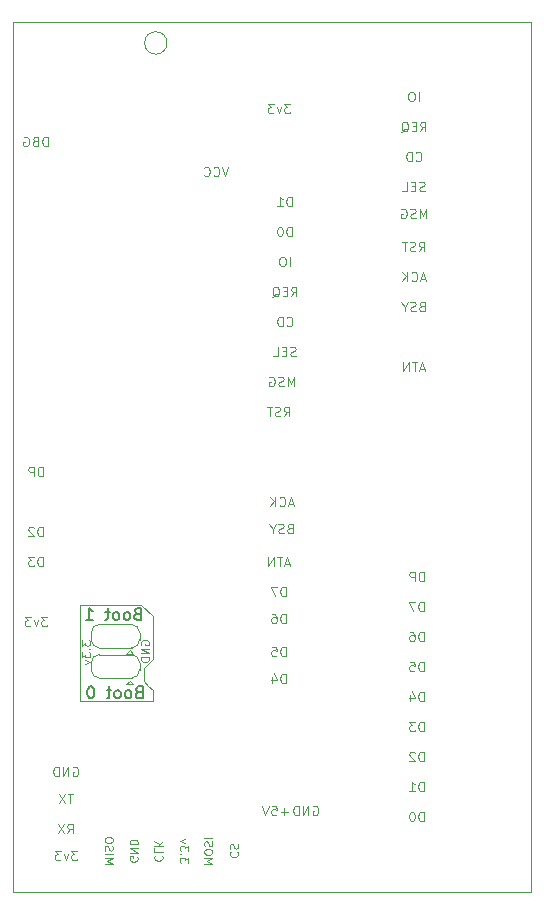
<source format=gbr>
%TF.GenerationSoftware,KiCad,Pcbnew,(5.1.7-0-10_14)*%
%TF.CreationDate,2021-05-27T20:48:50-05:00*%
%TF.ProjectId,bluepill_scsi,626c7565-7069-46c6-9c5f-736373692e6b,rev?*%
%TF.SameCoordinates,Original*%
%TF.FileFunction,Legend,Bot*%
%TF.FilePolarity,Positive*%
%FSLAX46Y46*%
G04 Gerber Fmt 4.6, Leading zero omitted, Abs format (unit mm)*
G04 Created by KiCad (PCBNEW (5.1.7-0-10_14)) date 2021-05-27 20:48:50*
%MOMM*%
%LPD*%
G01*
G04 APERTURE LIST*
%ADD10C,0.100000*%
%ADD11C,0.120000*%
%ADD12C,0.150000*%
%TA.AperFunction,Profile*%
%ADD13C,0.050000*%
%TD*%
G04 APERTURE END LIST*
D10*
X89513600Y-145836466D02*
X89480266Y-145869800D01*
X89446933Y-145969800D01*
X89446933Y-146036466D01*
X89480266Y-146136466D01*
X89546933Y-146203133D01*
X89613600Y-146236466D01*
X89746933Y-146269800D01*
X89846933Y-146269800D01*
X89980266Y-146236466D01*
X90046933Y-146203133D01*
X90113600Y-146136466D01*
X90146933Y-146036466D01*
X90146933Y-145969800D01*
X90113600Y-145869800D01*
X90080266Y-145836466D01*
X89480266Y-145569800D02*
X89446933Y-145469800D01*
X89446933Y-145303133D01*
X89480266Y-145236466D01*
X89513600Y-145203133D01*
X89580266Y-145169800D01*
X89646933Y-145169800D01*
X89713600Y-145203133D01*
X89746933Y-145236466D01*
X89780266Y-145303133D01*
X89813600Y-145436466D01*
X89846933Y-145503133D01*
X89880266Y-145536466D01*
X89946933Y-145569800D01*
X90013600Y-145569800D01*
X90080266Y-145536466D01*
X90113600Y-145503133D01*
X90146933Y-145436466D01*
X90146933Y-145269800D01*
X90113600Y-145169800D01*
X87287933Y-146832500D02*
X87987933Y-146832500D01*
X87487933Y-146599166D01*
X87987933Y-146365833D01*
X87287933Y-146365833D01*
X87987933Y-145899166D02*
X87987933Y-145765833D01*
X87954600Y-145699166D01*
X87887933Y-145632500D01*
X87754600Y-145599166D01*
X87521266Y-145599166D01*
X87387933Y-145632500D01*
X87321266Y-145699166D01*
X87287933Y-145765833D01*
X87287933Y-145899166D01*
X87321266Y-145965833D01*
X87387933Y-146032500D01*
X87521266Y-146065833D01*
X87754600Y-146065833D01*
X87887933Y-146032500D01*
X87954600Y-145965833D01*
X87987933Y-145899166D01*
X87321266Y-145332500D02*
X87287933Y-145232500D01*
X87287933Y-145065833D01*
X87321266Y-144999166D01*
X87354600Y-144965833D01*
X87421266Y-144932500D01*
X87487933Y-144932500D01*
X87554600Y-144965833D01*
X87587933Y-144999166D01*
X87621266Y-145065833D01*
X87654600Y-145199166D01*
X87687933Y-145265833D01*
X87721266Y-145299166D01*
X87787933Y-145332500D01*
X87854600Y-145332500D01*
X87921266Y-145299166D01*
X87954600Y-145265833D01*
X87987933Y-145199166D01*
X87987933Y-145032500D01*
X87954600Y-144932500D01*
X87287933Y-144632500D02*
X87987933Y-144632500D01*
X85930533Y-146745200D02*
X85930533Y-146311866D01*
X85663866Y-146545200D01*
X85663866Y-146445200D01*
X85630533Y-146378533D01*
X85597200Y-146345200D01*
X85530533Y-146311866D01*
X85363866Y-146311866D01*
X85297200Y-146345200D01*
X85263866Y-146378533D01*
X85230533Y-146445200D01*
X85230533Y-146645200D01*
X85263866Y-146711866D01*
X85297200Y-146745200D01*
X85297200Y-146011866D02*
X85263866Y-145978533D01*
X85230533Y-146011866D01*
X85263866Y-146045200D01*
X85297200Y-146011866D01*
X85230533Y-146011866D01*
X85930533Y-145745200D02*
X85930533Y-145311866D01*
X85663866Y-145545200D01*
X85663866Y-145445200D01*
X85630533Y-145378533D01*
X85597200Y-145345200D01*
X85530533Y-145311866D01*
X85363866Y-145311866D01*
X85297200Y-145345200D01*
X85263866Y-145378533D01*
X85230533Y-145445200D01*
X85230533Y-145645200D01*
X85263866Y-145711866D01*
X85297200Y-145745200D01*
X85697200Y-145078533D02*
X85230533Y-144911866D01*
X85697200Y-144745200D01*
X83125500Y-146161866D02*
X83092166Y-146195200D01*
X83058833Y-146295200D01*
X83058833Y-146361866D01*
X83092166Y-146461866D01*
X83158833Y-146528533D01*
X83225500Y-146561866D01*
X83358833Y-146595200D01*
X83458833Y-146595200D01*
X83592166Y-146561866D01*
X83658833Y-146528533D01*
X83725500Y-146461866D01*
X83758833Y-146361866D01*
X83758833Y-146295200D01*
X83725500Y-146195200D01*
X83692166Y-146161866D01*
X83058833Y-145528533D02*
X83058833Y-145861866D01*
X83758833Y-145861866D01*
X83058833Y-145295200D02*
X83758833Y-145295200D01*
X83058833Y-144895200D02*
X83458833Y-145195200D01*
X83758833Y-144895200D02*
X83358833Y-145295200D01*
X81630000Y-146253133D02*
X81663333Y-146319800D01*
X81663333Y-146419800D01*
X81630000Y-146519800D01*
X81563333Y-146586466D01*
X81496666Y-146619800D01*
X81363333Y-146653133D01*
X81263333Y-146653133D01*
X81130000Y-146619800D01*
X81063333Y-146586466D01*
X80996666Y-146519800D01*
X80963333Y-146419800D01*
X80963333Y-146353133D01*
X80996666Y-146253133D01*
X81030000Y-146219800D01*
X81263333Y-146219800D01*
X81263333Y-146353133D01*
X80963333Y-145919800D02*
X81663333Y-145919800D01*
X80963333Y-145519800D01*
X81663333Y-145519800D01*
X80963333Y-145186466D02*
X81663333Y-145186466D01*
X81663333Y-145019800D01*
X81630000Y-144919800D01*
X81563333Y-144853133D01*
X81496666Y-144819800D01*
X81363333Y-144786466D01*
X81263333Y-144786466D01*
X81130000Y-144819800D01*
X81063333Y-144853133D01*
X80996666Y-144919800D01*
X80963333Y-145019800D01*
X80963333Y-145186466D01*
D11*
X76733400Y-124917200D02*
X76796900Y-124917200D01*
X76733400Y-133032500D02*
X76733400Y-124917200D01*
X82918300Y-133032500D02*
X76733400Y-133032500D01*
X82918300Y-132143500D02*
X82918300Y-133032500D01*
X82524600Y-131749800D02*
X82918300Y-132143500D01*
X82169000Y-131394200D02*
X82524600Y-131749800D01*
X82169000Y-130289300D02*
X82169000Y-131394200D01*
X82918300Y-129540000D02*
X82169000Y-130289300D01*
X82918300Y-125882400D02*
X82918300Y-129540000D01*
X81953100Y-124917200D02*
X82918300Y-125882400D01*
X76796900Y-124917200D02*
X81953100Y-124917200D01*
D10*
X76921566Y-127930400D02*
X76921566Y-128363733D01*
X77188233Y-128130400D01*
X77188233Y-128230400D01*
X77221566Y-128297066D01*
X77254900Y-128330400D01*
X77321566Y-128363733D01*
X77488233Y-128363733D01*
X77554900Y-128330400D01*
X77588233Y-128297066D01*
X77621566Y-128230400D01*
X77621566Y-128030400D01*
X77588233Y-127963733D01*
X77554900Y-127930400D01*
X77554900Y-128663733D02*
X77588233Y-128697066D01*
X77621566Y-128663733D01*
X77588233Y-128630400D01*
X77554900Y-128663733D01*
X77621566Y-128663733D01*
X76921566Y-128930400D02*
X76921566Y-129363733D01*
X77188233Y-129130400D01*
X77188233Y-129230400D01*
X77221566Y-129297066D01*
X77254900Y-129330400D01*
X77321566Y-129363733D01*
X77488233Y-129363733D01*
X77554900Y-129330400D01*
X77588233Y-129297066D01*
X77621566Y-129230400D01*
X77621566Y-129030400D01*
X77588233Y-128963733D01*
X77554900Y-128930400D01*
X77154900Y-129597066D02*
X77621566Y-129763733D01*
X77154900Y-129930400D01*
X81946000Y-128295466D02*
X81912666Y-128228800D01*
X81912666Y-128128800D01*
X81946000Y-128028800D01*
X82012666Y-127962133D01*
X82079333Y-127928800D01*
X82212666Y-127895466D01*
X82312666Y-127895466D01*
X82446000Y-127928800D01*
X82512666Y-127962133D01*
X82579333Y-128028800D01*
X82612666Y-128128800D01*
X82612666Y-128195466D01*
X82579333Y-128295466D01*
X82546000Y-128328800D01*
X82312666Y-128328800D01*
X82312666Y-128195466D01*
X82612666Y-128628800D02*
X81912666Y-128628800D01*
X82612666Y-129028800D01*
X81912666Y-129028800D01*
X82612666Y-129362133D02*
X81912666Y-129362133D01*
X81912666Y-129528800D01*
X81946000Y-129628800D01*
X82012666Y-129695466D01*
X82079333Y-129728800D01*
X82212666Y-129762133D01*
X82312666Y-129762133D01*
X82446000Y-129728800D01*
X82512666Y-129695466D01*
X82579333Y-129628800D01*
X82612666Y-129528800D01*
X82612666Y-129362133D01*
D12*
X81617890Y-125671271D02*
X81475033Y-125718890D01*
X81427414Y-125766509D01*
X81379795Y-125861747D01*
X81379795Y-126004604D01*
X81427414Y-126099842D01*
X81475033Y-126147461D01*
X81570271Y-126195080D01*
X81951223Y-126195080D01*
X81951223Y-125195080D01*
X81617890Y-125195080D01*
X81522652Y-125242700D01*
X81475033Y-125290319D01*
X81427414Y-125385557D01*
X81427414Y-125480795D01*
X81475033Y-125576033D01*
X81522652Y-125623652D01*
X81617890Y-125671271D01*
X81951223Y-125671271D01*
X80808366Y-126195080D02*
X80903604Y-126147461D01*
X80951223Y-126099842D01*
X80998842Y-126004604D01*
X80998842Y-125718890D01*
X80951223Y-125623652D01*
X80903604Y-125576033D01*
X80808366Y-125528414D01*
X80665509Y-125528414D01*
X80570271Y-125576033D01*
X80522652Y-125623652D01*
X80475033Y-125718890D01*
X80475033Y-126004604D01*
X80522652Y-126099842D01*
X80570271Y-126147461D01*
X80665509Y-126195080D01*
X80808366Y-126195080D01*
X79903604Y-126195080D02*
X79998842Y-126147461D01*
X80046461Y-126099842D01*
X80094080Y-126004604D01*
X80094080Y-125718890D01*
X80046461Y-125623652D01*
X79998842Y-125576033D01*
X79903604Y-125528414D01*
X79760747Y-125528414D01*
X79665509Y-125576033D01*
X79617890Y-125623652D01*
X79570271Y-125718890D01*
X79570271Y-126004604D01*
X79617890Y-126099842D01*
X79665509Y-126147461D01*
X79760747Y-126195080D01*
X79903604Y-126195080D01*
X79284557Y-125528414D02*
X78903604Y-125528414D01*
X79141700Y-125195080D02*
X79141700Y-126052223D01*
X79094080Y-126147461D01*
X78998842Y-126195080D01*
X78903604Y-126195080D01*
X77284557Y-126195080D02*
X77855985Y-126195080D01*
X77570271Y-126195080D02*
X77570271Y-125195080D01*
X77665509Y-125337938D01*
X77760747Y-125433176D01*
X77855985Y-125480795D01*
X81732190Y-132300671D02*
X81589333Y-132348290D01*
X81541714Y-132395909D01*
X81494095Y-132491147D01*
X81494095Y-132634004D01*
X81541714Y-132729242D01*
X81589333Y-132776861D01*
X81684571Y-132824480D01*
X82065523Y-132824480D01*
X82065523Y-131824480D01*
X81732190Y-131824480D01*
X81636952Y-131872100D01*
X81589333Y-131919719D01*
X81541714Y-132014957D01*
X81541714Y-132110195D01*
X81589333Y-132205433D01*
X81636952Y-132253052D01*
X81732190Y-132300671D01*
X82065523Y-132300671D01*
X80922666Y-132824480D02*
X81017904Y-132776861D01*
X81065523Y-132729242D01*
X81113142Y-132634004D01*
X81113142Y-132348290D01*
X81065523Y-132253052D01*
X81017904Y-132205433D01*
X80922666Y-132157814D01*
X80779809Y-132157814D01*
X80684571Y-132205433D01*
X80636952Y-132253052D01*
X80589333Y-132348290D01*
X80589333Y-132634004D01*
X80636952Y-132729242D01*
X80684571Y-132776861D01*
X80779809Y-132824480D01*
X80922666Y-132824480D01*
X80017904Y-132824480D02*
X80113142Y-132776861D01*
X80160761Y-132729242D01*
X80208380Y-132634004D01*
X80208380Y-132348290D01*
X80160761Y-132253052D01*
X80113142Y-132205433D01*
X80017904Y-132157814D01*
X79875047Y-132157814D01*
X79779809Y-132205433D01*
X79732190Y-132253052D01*
X79684571Y-132348290D01*
X79684571Y-132634004D01*
X79732190Y-132729242D01*
X79779809Y-132776861D01*
X79875047Y-132824480D01*
X80017904Y-132824480D01*
X79398857Y-132157814D02*
X79017904Y-132157814D01*
X79256000Y-131824480D02*
X79256000Y-132681623D01*
X79208380Y-132776861D01*
X79113142Y-132824480D01*
X79017904Y-132824480D01*
X77732190Y-131824480D02*
X77636952Y-131824480D01*
X77541714Y-131872100D01*
X77494095Y-131919719D01*
X77446476Y-132014957D01*
X77398857Y-132205433D01*
X77398857Y-132443528D01*
X77446476Y-132634004D01*
X77494095Y-132729242D01*
X77541714Y-132776861D01*
X77636952Y-132824480D01*
X77732190Y-132824480D01*
X77827428Y-132776861D01*
X77875047Y-132729242D01*
X77922666Y-132634004D01*
X77970285Y-132443528D01*
X77970285Y-132205433D01*
X77922666Y-132014957D01*
X77875047Y-131919719D01*
X77827428Y-131872100D01*
X77732190Y-131824480D01*
D10*
X78855133Y-146832500D02*
X79555133Y-146832500D01*
X79055133Y-146599166D01*
X79555133Y-146365833D01*
X78855133Y-146365833D01*
X78855133Y-146032500D02*
X79555133Y-146032500D01*
X78888466Y-145732500D02*
X78855133Y-145632500D01*
X78855133Y-145465833D01*
X78888466Y-145399166D01*
X78921800Y-145365833D01*
X78988466Y-145332500D01*
X79055133Y-145332500D01*
X79121800Y-145365833D01*
X79155133Y-145399166D01*
X79188466Y-145465833D01*
X79221800Y-145599166D01*
X79255133Y-145665833D01*
X79288466Y-145699166D01*
X79355133Y-145732500D01*
X79421800Y-145732500D01*
X79488466Y-145699166D01*
X79521800Y-145665833D01*
X79555133Y-145599166D01*
X79555133Y-145432500D01*
X79521800Y-145332500D01*
X79555133Y-144899166D02*
X79555133Y-144765833D01*
X79521800Y-144699166D01*
X79455133Y-144632500D01*
X79321800Y-144599166D01*
X79088466Y-144599166D01*
X78955133Y-144632500D01*
X78888466Y-144699166D01*
X78855133Y-144765833D01*
X78855133Y-144899166D01*
X78888466Y-144965833D01*
X78955133Y-145032500D01*
X79088466Y-145065833D01*
X79321800Y-145065833D01*
X79455133Y-145032500D01*
X79521800Y-144965833D01*
X79555133Y-144899166D01*
X73977380Y-125926904D02*
X73482142Y-125926904D01*
X73748809Y-126231666D01*
X73634523Y-126231666D01*
X73558333Y-126269761D01*
X73520238Y-126307857D01*
X73482142Y-126384047D01*
X73482142Y-126574523D01*
X73520238Y-126650714D01*
X73558333Y-126688809D01*
X73634523Y-126726904D01*
X73863095Y-126726904D01*
X73939285Y-126688809D01*
X73977380Y-126650714D01*
X73215476Y-126193571D02*
X73025000Y-126726904D01*
X72834523Y-126193571D01*
X72605952Y-125926904D02*
X72110714Y-125926904D01*
X72377380Y-126231666D01*
X72263095Y-126231666D01*
X72186904Y-126269761D01*
X72148809Y-126307857D01*
X72110714Y-126384047D01*
X72110714Y-126574523D01*
X72148809Y-126650714D01*
X72186904Y-126688809D01*
X72263095Y-126726904D01*
X72491666Y-126726904D01*
X72567857Y-126688809D01*
X72605952Y-126650714D01*
X73615476Y-121646904D02*
X73615476Y-120846904D01*
X73425000Y-120846904D01*
X73310714Y-120885000D01*
X73234523Y-120961190D01*
X73196428Y-121037380D01*
X73158333Y-121189761D01*
X73158333Y-121304047D01*
X73196428Y-121456428D01*
X73234523Y-121532619D01*
X73310714Y-121608809D01*
X73425000Y-121646904D01*
X73615476Y-121646904D01*
X72891666Y-120846904D02*
X72396428Y-120846904D01*
X72663095Y-121151666D01*
X72548809Y-121151666D01*
X72472619Y-121189761D01*
X72434523Y-121227857D01*
X72396428Y-121304047D01*
X72396428Y-121494523D01*
X72434523Y-121570714D01*
X72472619Y-121608809D01*
X72548809Y-121646904D01*
X72777380Y-121646904D01*
X72853571Y-121608809D01*
X72891666Y-121570714D01*
X73615476Y-119106904D02*
X73615476Y-118306904D01*
X73425000Y-118306904D01*
X73310714Y-118345000D01*
X73234523Y-118421190D01*
X73196428Y-118497380D01*
X73158333Y-118649761D01*
X73158333Y-118764047D01*
X73196428Y-118916428D01*
X73234523Y-118992619D01*
X73310714Y-119068809D01*
X73425000Y-119106904D01*
X73615476Y-119106904D01*
X72853571Y-118383095D02*
X72815476Y-118345000D01*
X72739285Y-118306904D01*
X72548809Y-118306904D01*
X72472619Y-118345000D01*
X72434523Y-118383095D01*
X72396428Y-118459285D01*
X72396428Y-118535476D01*
X72434523Y-118649761D01*
X72891666Y-119106904D01*
X72396428Y-119106904D01*
X73634523Y-114026904D02*
X73634523Y-113226904D01*
X73444047Y-113226904D01*
X73329761Y-113265000D01*
X73253571Y-113341190D01*
X73215476Y-113417380D01*
X73177380Y-113569761D01*
X73177380Y-113684047D01*
X73215476Y-113836428D01*
X73253571Y-113912619D01*
X73329761Y-113988809D01*
X73444047Y-114026904D01*
X73634523Y-114026904D01*
X72834523Y-114026904D02*
X72834523Y-113226904D01*
X72529761Y-113226904D01*
X72453571Y-113265000D01*
X72415476Y-113303095D01*
X72377380Y-113379285D01*
X72377380Y-113493571D01*
X72415476Y-113569761D01*
X72453571Y-113607857D01*
X72529761Y-113645952D01*
X72834523Y-113645952D01*
X94551380Y-82492904D02*
X94056142Y-82492904D01*
X94322809Y-82797666D01*
X94208523Y-82797666D01*
X94132333Y-82835761D01*
X94094238Y-82873857D01*
X94056142Y-82950047D01*
X94056142Y-83140523D01*
X94094238Y-83216714D01*
X94132333Y-83254809D01*
X94208523Y-83292904D01*
X94437095Y-83292904D01*
X94513285Y-83254809D01*
X94551380Y-83216714D01*
X93789476Y-82759571D02*
X93599000Y-83292904D01*
X93408523Y-82759571D01*
X93179952Y-82492904D02*
X92684714Y-82492904D01*
X92951380Y-82797666D01*
X92837095Y-82797666D01*
X92760904Y-82835761D01*
X92722809Y-82873857D01*
X92684714Y-82950047D01*
X92684714Y-83140523D01*
X92722809Y-83216714D01*
X92760904Y-83254809D01*
X92837095Y-83292904D01*
X93065666Y-83292904D01*
X93141857Y-83254809D01*
X93179952Y-83216714D01*
X89331666Y-87826904D02*
X89065000Y-88626904D01*
X88798333Y-87826904D01*
X88074523Y-88550714D02*
X88112619Y-88588809D01*
X88226904Y-88626904D01*
X88303095Y-88626904D01*
X88417380Y-88588809D01*
X88493571Y-88512619D01*
X88531666Y-88436428D01*
X88569761Y-88284047D01*
X88569761Y-88169761D01*
X88531666Y-88017380D01*
X88493571Y-87941190D01*
X88417380Y-87865000D01*
X88303095Y-87826904D01*
X88226904Y-87826904D01*
X88112619Y-87865000D01*
X88074523Y-87903095D01*
X87274523Y-88550714D02*
X87312619Y-88588809D01*
X87426904Y-88626904D01*
X87503095Y-88626904D01*
X87617380Y-88588809D01*
X87693571Y-88512619D01*
X87731666Y-88436428D01*
X87769761Y-88284047D01*
X87769761Y-88169761D01*
X87731666Y-88017380D01*
X87693571Y-87941190D01*
X87617380Y-87865000D01*
X87503095Y-87826904D01*
X87426904Y-87826904D01*
X87312619Y-87865000D01*
X87274523Y-87903095D01*
X94697476Y-91166904D02*
X94697476Y-90366904D01*
X94507000Y-90366904D01*
X94392714Y-90405000D01*
X94316523Y-90481190D01*
X94278428Y-90557380D01*
X94240333Y-90709761D01*
X94240333Y-90824047D01*
X94278428Y-90976428D01*
X94316523Y-91052619D01*
X94392714Y-91128809D01*
X94507000Y-91166904D01*
X94697476Y-91166904D01*
X93478428Y-91166904D02*
X93935571Y-91166904D01*
X93707000Y-91166904D02*
X93707000Y-90366904D01*
X93783190Y-90481190D01*
X93859380Y-90557380D01*
X93935571Y-90595476D01*
X94697476Y-93706904D02*
X94697476Y-92906904D01*
X94507000Y-92906904D01*
X94392714Y-92945000D01*
X94316523Y-93021190D01*
X94278428Y-93097380D01*
X94240333Y-93249761D01*
X94240333Y-93364047D01*
X94278428Y-93516428D01*
X94316523Y-93592619D01*
X94392714Y-93668809D01*
X94507000Y-93706904D01*
X94697476Y-93706904D01*
X93745095Y-92906904D02*
X93668904Y-92906904D01*
X93592714Y-92945000D01*
X93554619Y-92983095D01*
X93516523Y-93059285D01*
X93478428Y-93211666D01*
X93478428Y-93402142D01*
X93516523Y-93554523D01*
X93554619Y-93630714D01*
X93592714Y-93668809D01*
X93668904Y-93706904D01*
X93745095Y-93706904D01*
X93821285Y-93668809D01*
X93859380Y-93630714D01*
X93897476Y-93554523D01*
X93935571Y-93402142D01*
X93935571Y-93211666D01*
X93897476Y-93059285D01*
X93859380Y-92983095D01*
X93821285Y-92945000D01*
X93745095Y-92906904D01*
X94526047Y-96246904D02*
X94526047Y-95446904D01*
X93992714Y-95446904D02*
X93840333Y-95446904D01*
X93764142Y-95485000D01*
X93687952Y-95561190D01*
X93649857Y-95713571D01*
X93649857Y-95980238D01*
X93687952Y-96132619D01*
X93764142Y-96208809D01*
X93840333Y-96246904D01*
X93992714Y-96246904D01*
X94068904Y-96208809D01*
X94145095Y-96132619D01*
X94183190Y-95980238D01*
X94183190Y-95713571D01*
X94145095Y-95561190D01*
X94068904Y-95485000D01*
X93992714Y-95446904D01*
X94640333Y-98786904D02*
X94907000Y-98405952D01*
X95097476Y-98786904D02*
X95097476Y-97986904D01*
X94792714Y-97986904D01*
X94716523Y-98025000D01*
X94678428Y-98063095D01*
X94640333Y-98139285D01*
X94640333Y-98253571D01*
X94678428Y-98329761D01*
X94716523Y-98367857D01*
X94792714Y-98405952D01*
X95097476Y-98405952D01*
X94297476Y-98367857D02*
X94030809Y-98367857D01*
X93916523Y-98786904D02*
X94297476Y-98786904D01*
X94297476Y-97986904D01*
X93916523Y-97986904D01*
X93040333Y-98863095D02*
X93116523Y-98825000D01*
X93192714Y-98748809D01*
X93307000Y-98634523D01*
X93383190Y-98596428D01*
X93459380Y-98596428D01*
X93421285Y-98786904D02*
X93497476Y-98748809D01*
X93573666Y-98672619D01*
X93611761Y-98520238D01*
X93611761Y-98253571D01*
X93573666Y-98101190D01*
X93497476Y-98025000D01*
X93421285Y-97986904D01*
X93268904Y-97986904D01*
X93192714Y-98025000D01*
X93116523Y-98101190D01*
X93078428Y-98253571D01*
X93078428Y-98520238D01*
X93116523Y-98672619D01*
X93192714Y-98748809D01*
X93268904Y-98786904D01*
X93421285Y-98786904D01*
X94259380Y-101250714D02*
X94297476Y-101288809D01*
X94411761Y-101326904D01*
X94487952Y-101326904D01*
X94602238Y-101288809D01*
X94678428Y-101212619D01*
X94716523Y-101136428D01*
X94754619Y-100984047D01*
X94754619Y-100869761D01*
X94716523Y-100717380D01*
X94678428Y-100641190D01*
X94602238Y-100565000D01*
X94487952Y-100526904D01*
X94411761Y-100526904D01*
X94297476Y-100565000D01*
X94259380Y-100603095D01*
X93916523Y-101326904D02*
X93916523Y-100526904D01*
X93726047Y-100526904D01*
X93611761Y-100565000D01*
X93535571Y-100641190D01*
X93497476Y-100717380D01*
X93459380Y-100869761D01*
X93459380Y-100984047D01*
X93497476Y-101136428D01*
X93535571Y-101212619D01*
X93611761Y-101288809D01*
X93726047Y-101326904D01*
X93916523Y-101326904D01*
X95021285Y-103828809D02*
X94907000Y-103866904D01*
X94716523Y-103866904D01*
X94640333Y-103828809D01*
X94602238Y-103790714D01*
X94564142Y-103714523D01*
X94564142Y-103638333D01*
X94602238Y-103562142D01*
X94640333Y-103524047D01*
X94716523Y-103485952D01*
X94868904Y-103447857D01*
X94945095Y-103409761D01*
X94983190Y-103371666D01*
X95021285Y-103295476D01*
X95021285Y-103219285D01*
X94983190Y-103143095D01*
X94945095Y-103105000D01*
X94868904Y-103066904D01*
X94678428Y-103066904D01*
X94564142Y-103105000D01*
X94221285Y-103447857D02*
X93954619Y-103447857D01*
X93840333Y-103866904D02*
X94221285Y-103866904D01*
X94221285Y-103066904D01*
X93840333Y-103066904D01*
X93116523Y-103866904D02*
X93497476Y-103866904D01*
X93497476Y-103066904D01*
X94900619Y-106406904D02*
X94900619Y-105606904D01*
X94633952Y-106178333D01*
X94367285Y-105606904D01*
X94367285Y-106406904D01*
X94024428Y-106368809D02*
X93910142Y-106406904D01*
X93719666Y-106406904D01*
X93643476Y-106368809D01*
X93605380Y-106330714D01*
X93567285Y-106254523D01*
X93567285Y-106178333D01*
X93605380Y-106102142D01*
X93643476Y-106064047D01*
X93719666Y-106025952D01*
X93872047Y-105987857D01*
X93948238Y-105949761D01*
X93986333Y-105911666D01*
X94024428Y-105835476D01*
X94024428Y-105759285D01*
X93986333Y-105683095D01*
X93948238Y-105645000D01*
X93872047Y-105606904D01*
X93681571Y-105606904D01*
X93567285Y-105645000D01*
X92805380Y-105645000D02*
X92881571Y-105606904D01*
X92995857Y-105606904D01*
X93110142Y-105645000D01*
X93186333Y-105721190D01*
X93224428Y-105797380D01*
X93262523Y-105949761D01*
X93262523Y-106064047D01*
X93224428Y-106216428D01*
X93186333Y-106292619D01*
X93110142Y-106368809D01*
X92995857Y-106406904D01*
X92919666Y-106406904D01*
X92805380Y-106368809D01*
X92767285Y-106330714D01*
X92767285Y-106064047D01*
X92919666Y-106064047D01*
X94037095Y-108946904D02*
X94303761Y-108565952D01*
X94494238Y-108946904D02*
X94494238Y-108146904D01*
X94189476Y-108146904D01*
X94113285Y-108185000D01*
X94075190Y-108223095D01*
X94037095Y-108299285D01*
X94037095Y-108413571D01*
X94075190Y-108489761D01*
X94113285Y-108527857D01*
X94189476Y-108565952D01*
X94494238Y-108565952D01*
X93732333Y-108908809D02*
X93618047Y-108946904D01*
X93427571Y-108946904D01*
X93351380Y-108908809D01*
X93313285Y-108870714D01*
X93275190Y-108794523D01*
X93275190Y-108718333D01*
X93313285Y-108642142D01*
X93351380Y-108604047D01*
X93427571Y-108565952D01*
X93579952Y-108527857D01*
X93656142Y-108489761D01*
X93694238Y-108451666D01*
X93732333Y-108375476D01*
X93732333Y-108299285D01*
X93694238Y-108223095D01*
X93656142Y-108185000D01*
X93579952Y-108146904D01*
X93389476Y-108146904D01*
X93275190Y-108185000D01*
X93046619Y-108146904D02*
X92589476Y-108146904D01*
X92818047Y-108946904D02*
X92818047Y-108146904D01*
X94189476Y-131552904D02*
X94189476Y-130752904D01*
X93999000Y-130752904D01*
X93884714Y-130791000D01*
X93808523Y-130867190D01*
X93770428Y-130943380D01*
X93732333Y-131095761D01*
X93732333Y-131210047D01*
X93770428Y-131362428D01*
X93808523Y-131438619D01*
X93884714Y-131514809D01*
X93999000Y-131552904D01*
X94189476Y-131552904D01*
X93046619Y-131019571D02*
X93046619Y-131552904D01*
X93237095Y-130714809D02*
X93427571Y-131286238D01*
X92932333Y-131286238D01*
X94189476Y-129266904D02*
X94189476Y-128466904D01*
X93999000Y-128466904D01*
X93884714Y-128505000D01*
X93808523Y-128581190D01*
X93770428Y-128657380D01*
X93732333Y-128809761D01*
X93732333Y-128924047D01*
X93770428Y-129076428D01*
X93808523Y-129152619D01*
X93884714Y-129228809D01*
X93999000Y-129266904D01*
X94189476Y-129266904D01*
X93008523Y-128466904D02*
X93389476Y-128466904D01*
X93427571Y-128847857D01*
X93389476Y-128809761D01*
X93313285Y-128771666D01*
X93122809Y-128771666D01*
X93046619Y-128809761D01*
X93008523Y-128847857D01*
X92970428Y-128924047D01*
X92970428Y-129114523D01*
X93008523Y-129190714D01*
X93046619Y-129228809D01*
X93122809Y-129266904D01*
X93313285Y-129266904D01*
X93389476Y-129228809D01*
X93427571Y-129190714D01*
X94189476Y-126472904D02*
X94189476Y-125672904D01*
X93999000Y-125672904D01*
X93884714Y-125711000D01*
X93808523Y-125787190D01*
X93770428Y-125863380D01*
X93732333Y-126015761D01*
X93732333Y-126130047D01*
X93770428Y-126282428D01*
X93808523Y-126358619D01*
X93884714Y-126434809D01*
X93999000Y-126472904D01*
X94189476Y-126472904D01*
X93046619Y-125672904D02*
X93199000Y-125672904D01*
X93275190Y-125711000D01*
X93313285Y-125749095D01*
X93389476Y-125863380D01*
X93427571Y-126015761D01*
X93427571Y-126320523D01*
X93389476Y-126396714D01*
X93351380Y-126434809D01*
X93275190Y-126472904D01*
X93122809Y-126472904D01*
X93046619Y-126434809D01*
X93008523Y-126396714D01*
X92970428Y-126320523D01*
X92970428Y-126130047D01*
X93008523Y-126053857D01*
X93046619Y-126015761D01*
X93122809Y-125977666D01*
X93275190Y-125977666D01*
X93351380Y-126015761D01*
X93389476Y-126053857D01*
X93427571Y-126130047D01*
X94189476Y-124186904D02*
X94189476Y-123386904D01*
X93999000Y-123386904D01*
X93884714Y-123425000D01*
X93808523Y-123501190D01*
X93770428Y-123577380D01*
X93732333Y-123729761D01*
X93732333Y-123844047D01*
X93770428Y-123996428D01*
X93808523Y-124072619D01*
X93884714Y-124148809D01*
X93999000Y-124186904D01*
X94189476Y-124186904D01*
X93465666Y-123386904D02*
X92932333Y-123386904D01*
X93275190Y-124186904D01*
X94513285Y-121418333D02*
X94132333Y-121418333D01*
X94589476Y-121646904D02*
X94322809Y-120846904D01*
X94056142Y-121646904D01*
X93903761Y-120846904D02*
X93446619Y-120846904D01*
X93675190Y-121646904D02*
X93675190Y-120846904D01*
X93179952Y-121646904D02*
X93179952Y-120846904D01*
X92722809Y-121646904D01*
X92722809Y-120846904D01*
X94519666Y-118433857D02*
X94405380Y-118471952D01*
X94367285Y-118510047D01*
X94329190Y-118586238D01*
X94329190Y-118700523D01*
X94367285Y-118776714D01*
X94405380Y-118814809D01*
X94481571Y-118852904D01*
X94786333Y-118852904D01*
X94786333Y-118052904D01*
X94519666Y-118052904D01*
X94443476Y-118091000D01*
X94405380Y-118129095D01*
X94367285Y-118205285D01*
X94367285Y-118281476D01*
X94405380Y-118357666D01*
X94443476Y-118395761D01*
X94519666Y-118433857D01*
X94786333Y-118433857D01*
X94024428Y-118814809D02*
X93910142Y-118852904D01*
X93719666Y-118852904D01*
X93643476Y-118814809D01*
X93605380Y-118776714D01*
X93567285Y-118700523D01*
X93567285Y-118624333D01*
X93605380Y-118548142D01*
X93643476Y-118510047D01*
X93719666Y-118471952D01*
X93872047Y-118433857D01*
X93948238Y-118395761D01*
X93986333Y-118357666D01*
X94024428Y-118281476D01*
X94024428Y-118205285D01*
X93986333Y-118129095D01*
X93948238Y-118091000D01*
X93872047Y-118052904D01*
X93681571Y-118052904D01*
X93567285Y-118091000D01*
X93072047Y-118471952D02*
X93072047Y-118852904D01*
X93338714Y-118052904D02*
X93072047Y-118471952D01*
X92805380Y-118052904D01*
X94843476Y-116338333D02*
X94462523Y-116338333D01*
X94919666Y-116566904D02*
X94653000Y-115766904D01*
X94386333Y-116566904D01*
X93662523Y-116490714D02*
X93700619Y-116528809D01*
X93814904Y-116566904D01*
X93891095Y-116566904D01*
X94005380Y-116528809D01*
X94081571Y-116452619D01*
X94119666Y-116376428D01*
X94157761Y-116224047D01*
X94157761Y-116109761D01*
X94119666Y-115957380D01*
X94081571Y-115881190D01*
X94005380Y-115805000D01*
X93891095Y-115766904D01*
X93814904Y-115766904D01*
X93700619Y-115805000D01*
X93662523Y-115843095D01*
X93319666Y-116566904D02*
X93319666Y-115766904D01*
X92862523Y-116566904D02*
X93205380Y-116109761D01*
X92862523Y-115766904D02*
X93319666Y-116224047D01*
X74034523Y-86086904D02*
X74034523Y-85286904D01*
X73844047Y-85286904D01*
X73729761Y-85325000D01*
X73653571Y-85401190D01*
X73615476Y-85477380D01*
X73577380Y-85629761D01*
X73577380Y-85744047D01*
X73615476Y-85896428D01*
X73653571Y-85972619D01*
X73729761Y-86048809D01*
X73844047Y-86086904D01*
X74034523Y-86086904D01*
X72967857Y-85667857D02*
X72853571Y-85705952D01*
X72815476Y-85744047D01*
X72777380Y-85820238D01*
X72777380Y-85934523D01*
X72815476Y-86010714D01*
X72853571Y-86048809D01*
X72929761Y-86086904D01*
X73234523Y-86086904D01*
X73234523Y-85286904D01*
X72967857Y-85286904D01*
X72891666Y-85325000D01*
X72853571Y-85363095D01*
X72815476Y-85439285D01*
X72815476Y-85515476D01*
X72853571Y-85591666D01*
X72891666Y-85629761D01*
X72967857Y-85667857D01*
X73234523Y-85667857D01*
X72015476Y-85325000D02*
X72091666Y-85286904D01*
X72205952Y-85286904D01*
X72320238Y-85325000D01*
X72396428Y-85401190D01*
X72434523Y-85477380D01*
X72472619Y-85629761D01*
X72472619Y-85744047D01*
X72434523Y-85896428D01*
X72396428Y-85972619D01*
X72320238Y-86048809D01*
X72205952Y-86086904D01*
X72129761Y-86086904D01*
X72015476Y-86048809D01*
X71977380Y-86010714D01*
X71977380Y-85744047D01*
X72129761Y-85744047D01*
X76174523Y-138665000D02*
X76250714Y-138626904D01*
X76365000Y-138626904D01*
X76479285Y-138665000D01*
X76555476Y-138741190D01*
X76593571Y-138817380D01*
X76631666Y-138969761D01*
X76631666Y-139084047D01*
X76593571Y-139236428D01*
X76555476Y-139312619D01*
X76479285Y-139388809D01*
X76365000Y-139426904D01*
X76288809Y-139426904D01*
X76174523Y-139388809D01*
X76136428Y-139350714D01*
X76136428Y-139084047D01*
X76288809Y-139084047D01*
X75793571Y-139426904D02*
X75793571Y-138626904D01*
X75336428Y-139426904D01*
X75336428Y-138626904D01*
X74955476Y-139426904D02*
X74955476Y-138626904D01*
X74765000Y-138626904D01*
X74650714Y-138665000D01*
X74574523Y-138741190D01*
X74536428Y-138817380D01*
X74498333Y-138969761D01*
X74498333Y-139084047D01*
X74536428Y-139236428D01*
X74574523Y-139312619D01*
X74650714Y-139388809D01*
X74765000Y-139426904D01*
X74955476Y-139426904D01*
X76517380Y-145738904D02*
X76022142Y-145738904D01*
X76288809Y-146043666D01*
X76174523Y-146043666D01*
X76098333Y-146081761D01*
X76060238Y-146119857D01*
X76022142Y-146196047D01*
X76022142Y-146386523D01*
X76060238Y-146462714D01*
X76098333Y-146500809D01*
X76174523Y-146538904D01*
X76403095Y-146538904D01*
X76479285Y-146500809D01*
X76517380Y-146462714D01*
X75755476Y-146005571D02*
X75565000Y-146538904D01*
X75374523Y-146005571D01*
X75145952Y-145738904D02*
X74650714Y-145738904D01*
X74917380Y-146043666D01*
X74803095Y-146043666D01*
X74726904Y-146081761D01*
X74688809Y-146119857D01*
X74650714Y-146196047D01*
X74650714Y-146386523D01*
X74688809Y-146462714D01*
X74726904Y-146500809D01*
X74803095Y-146538904D01*
X75031666Y-146538904D01*
X75107857Y-146500809D01*
X75145952Y-146462714D01*
X75698333Y-144252904D02*
X75965000Y-143871952D01*
X76155476Y-144252904D02*
X76155476Y-143452904D01*
X75850714Y-143452904D01*
X75774523Y-143491000D01*
X75736428Y-143529095D01*
X75698333Y-143605285D01*
X75698333Y-143719571D01*
X75736428Y-143795761D01*
X75774523Y-143833857D01*
X75850714Y-143871952D01*
X76155476Y-143871952D01*
X75431666Y-143452904D02*
X74898333Y-144252904D01*
X74898333Y-143452904D02*
X75431666Y-144252904D01*
X76174523Y-140912904D02*
X75717380Y-140912904D01*
X75945952Y-141712904D02*
X75945952Y-140912904D01*
X75526904Y-140912904D02*
X74993571Y-141712904D01*
X74993571Y-140912904D02*
X75526904Y-141712904D01*
X96494523Y-141967000D02*
X96570714Y-141928904D01*
X96685000Y-141928904D01*
X96799285Y-141967000D01*
X96875476Y-142043190D01*
X96913571Y-142119380D01*
X96951666Y-142271761D01*
X96951666Y-142386047D01*
X96913571Y-142538428D01*
X96875476Y-142614619D01*
X96799285Y-142690809D01*
X96685000Y-142728904D01*
X96608809Y-142728904D01*
X96494523Y-142690809D01*
X96456428Y-142652714D01*
X96456428Y-142386047D01*
X96608809Y-142386047D01*
X96113571Y-142728904D02*
X96113571Y-141928904D01*
X95656428Y-142728904D01*
X95656428Y-141928904D01*
X95275476Y-142728904D02*
X95275476Y-141928904D01*
X95085000Y-141928904D01*
X94970714Y-141967000D01*
X94894523Y-142043190D01*
X94856428Y-142119380D01*
X94818333Y-142271761D01*
X94818333Y-142386047D01*
X94856428Y-142538428D01*
X94894523Y-142614619D01*
X94970714Y-142690809D01*
X95085000Y-142728904D01*
X95275476Y-142728904D01*
X94373571Y-142424142D02*
X93764047Y-142424142D01*
X94068809Y-142728904D02*
X94068809Y-142119380D01*
X93002142Y-141928904D02*
X93383095Y-141928904D01*
X93421190Y-142309857D01*
X93383095Y-142271761D01*
X93306904Y-142233666D01*
X93116428Y-142233666D01*
X93040238Y-142271761D01*
X93002142Y-142309857D01*
X92964047Y-142386047D01*
X92964047Y-142576523D01*
X93002142Y-142652714D01*
X93040238Y-142690809D01*
X93116428Y-142728904D01*
X93306904Y-142728904D01*
X93383095Y-142690809D01*
X93421190Y-142652714D01*
X92735476Y-141928904D02*
X92468809Y-142728904D01*
X92202142Y-141928904D01*
X105873476Y-143236904D02*
X105873476Y-142436904D01*
X105683000Y-142436904D01*
X105568714Y-142475000D01*
X105492523Y-142551190D01*
X105454428Y-142627380D01*
X105416333Y-142779761D01*
X105416333Y-142894047D01*
X105454428Y-143046428D01*
X105492523Y-143122619D01*
X105568714Y-143198809D01*
X105683000Y-143236904D01*
X105873476Y-143236904D01*
X104921095Y-142436904D02*
X104844904Y-142436904D01*
X104768714Y-142475000D01*
X104730619Y-142513095D01*
X104692523Y-142589285D01*
X104654428Y-142741666D01*
X104654428Y-142932142D01*
X104692523Y-143084523D01*
X104730619Y-143160714D01*
X104768714Y-143198809D01*
X104844904Y-143236904D01*
X104921095Y-143236904D01*
X104997285Y-143198809D01*
X105035380Y-143160714D01*
X105073476Y-143084523D01*
X105111571Y-142932142D01*
X105111571Y-142741666D01*
X105073476Y-142589285D01*
X105035380Y-142513095D01*
X104997285Y-142475000D01*
X104921095Y-142436904D01*
X105873476Y-140696904D02*
X105873476Y-139896904D01*
X105683000Y-139896904D01*
X105568714Y-139935000D01*
X105492523Y-140011190D01*
X105454428Y-140087380D01*
X105416333Y-140239761D01*
X105416333Y-140354047D01*
X105454428Y-140506428D01*
X105492523Y-140582619D01*
X105568714Y-140658809D01*
X105683000Y-140696904D01*
X105873476Y-140696904D01*
X104654428Y-140696904D02*
X105111571Y-140696904D01*
X104883000Y-140696904D02*
X104883000Y-139896904D01*
X104959190Y-140011190D01*
X105035380Y-140087380D01*
X105111571Y-140125476D01*
X105873476Y-138156904D02*
X105873476Y-137356904D01*
X105683000Y-137356904D01*
X105568714Y-137395000D01*
X105492523Y-137471190D01*
X105454428Y-137547380D01*
X105416333Y-137699761D01*
X105416333Y-137814047D01*
X105454428Y-137966428D01*
X105492523Y-138042619D01*
X105568714Y-138118809D01*
X105683000Y-138156904D01*
X105873476Y-138156904D01*
X105111571Y-137433095D02*
X105073476Y-137395000D01*
X104997285Y-137356904D01*
X104806809Y-137356904D01*
X104730619Y-137395000D01*
X104692523Y-137433095D01*
X104654428Y-137509285D01*
X104654428Y-137585476D01*
X104692523Y-137699761D01*
X105149666Y-138156904D01*
X104654428Y-138156904D01*
X105873476Y-135616904D02*
X105873476Y-134816904D01*
X105683000Y-134816904D01*
X105568714Y-134855000D01*
X105492523Y-134931190D01*
X105454428Y-135007380D01*
X105416333Y-135159761D01*
X105416333Y-135274047D01*
X105454428Y-135426428D01*
X105492523Y-135502619D01*
X105568714Y-135578809D01*
X105683000Y-135616904D01*
X105873476Y-135616904D01*
X105149666Y-134816904D02*
X104654428Y-134816904D01*
X104921095Y-135121666D01*
X104806809Y-135121666D01*
X104730619Y-135159761D01*
X104692523Y-135197857D01*
X104654428Y-135274047D01*
X104654428Y-135464523D01*
X104692523Y-135540714D01*
X104730619Y-135578809D01*
X104806809Y-135616904D01*
X105035380Y-135616904D01*
X105111571Y-135578809D01*
X105149666Y-135540714D01*
X105873476Y-133076904D02*
X105873476Y-132276904D01*
X105683000Y-132276904D01*
X105568714Y-132315000D01*
X105492523Y-132391190D01*
X105454428Y-132467380D01*
X105416333Y-132619761D01*
X105416333Y-132734047D01*
X105454428Y-132886428D01*
X105492523Y-132962619D01*
X105568714Y-133038809D01*
X105683000Y-133076904D01*
X105873476Y-133076904D01*
X104730619Y-132543571D02*
X104730619Y-133076904D01*
X104921095Y-132238809D02*
X105111571Y-132810238D01*
X104616333Y-132810238D01*
X105873476Y-130536904D02*
X105873476Y-129736904D01*
X105683000Y-129736904D01*
X105568714Y-129775000D01*
X105492523Y-129851190D01*
X105454428Y-129927380D01*
X105416333Y-130079761D01*
X105416333Y-130194047D01*
X105454428Y-130346428D01*
X105492523Y-130422619D01*
X105568714Y-130498809D01*
X105683000Y-130536904D01*
X105873476Y-130536904D01*
X104692523Y-129736904D02*
X105073476Y-129736904D01*
X105111571Y-130117857D01*
X105073476Y-130079761D01*
X104997285Y-130041666D01*
X104806809Y-130041666D01*
X104730619Y-130079761D01*
X104692523Y-130117857D01*
X104654428Y-130194047D01*
X104654428Y-130384523D01*
X104692523Y-130460714D01*
X104730619Y-130498809D01*
X104806809Y-130536904D01*
X104997285Y-130536904D01*
X105073476Y-130498809D01*
X105111571Y-130460714D01*
X105873476Y-127996904D02*
X105873476Y-127196904D01*
X105683000Y-127196904D01*
X105568714Y-127235000D01*
X105492523Y-127311190D01*
X105454428Y-127387380D01*
X105416333Y-127539761D01*
X105416333Y-127654047D01*
X105454428Y-127806428D01*
X105492523Y-127882619D01*
X105568714Y-127958809D01*
X105683000Y-127996904D01*
X105873476Y-127996904D01*
X104730619Y-127196904D02*
X104883000Y-127196904D01*
X104959190Y-127235000D01*
X104997285Y-127273095D01*
X105073476Y-127387380D01*
X105111571Y-127539761D01*
X105111571Y-127844523D01*
X105073476Y-127920714D01*
X105035380Y-127958809D01*
X104959190Y-127996904D01*
X104806809Y-127996904D01*
X104730619Y-127958809D01*
X104692523Y-127920714D01*
X104654428Y-127844523D01*
X104654428Y-127654047D01*
X104692523Y-127577857D01*
X104730619Y-127539761D01*
X104806809Y-127501666D01*
X104959190Y-127501666D01*
X105035380Y-127539761D01*
X105073476Y-127577857D01*
X105111571Y-127654047D01*
X105873476Y-125456904D02*
X105873476Y-124656904D01*
X105683000Y-124656904D01*
X105568714Y-124695000D01*
X105492523Y-124771190D01*
X105454428Y-124847380D01*
X105416333Y-124999761D01*
X105416333Y-125114047D01*
X105454428Y-125266428D01*
X105492523Y-125342619D01*
X105568714Y-125418809D01*
X105683000Y-125456904D01*
X105873476Y-125456904D01*
X105149666Y-124656904D02*
X104616333Y-124656904D01*
X104959190Y-125456904D01*
X105892523Y-122916904D02*
X105892523Y-122116904D01*
X105702047Y-122116904D01*
X105587761Y-122155000D01*
X105511571Y-122231190D01*
X105473476Y-122307380D01*
X105435380Y-122459761D01*
X105435380Y-122574047D01*
X105473476Y-122726428D01*
X105511571Y-122802619D01*
X105587761Y-122878809D01*
X105702047Y-122916904D01*
X105892523Y-122916904D01*
X105092523Y-122916904D02*
X105092523Y-122116904D01*
X104787761Y-122116904D01*
X104711571Y-122155000D01*
X104673476Y-122193095D01*
X104635380Y-122269285D01*
X104635380Y-122383571D01*
X104673476Y-122459761D01*
X104711571Y-122497857D01*
X104787761Y-122535952D01*
X105092523Y-122535952D01*
X105943285Y-104908333D02*
X105562333Y-104908333D01*
X106019476Y-105136904D02*
X105752809Y-104336904D01*
X105486142Y-105136904D01*
X105333761Y-104336904D02*
X104876619Y-104336904D01*
X105105190Y-105136904D02*
X105105190Y-104336904D01*
X104609952Y-105136904D02*
X104609952Y-104336904D01*
X104152809Y-105136904D01*
X104152809Y-104336904D01*
X105695666Y-99637857D02*
X105581380Y-99675952D01*
X105543285Y-99714047D01*
X105505190Y-99790238D01*
X105505190Y-99904523D01*
X105543285Y-99980714D01*
X105581380Y-100018809D01*
X105657571Y-100056904D01*
X105962333Y-100056904D01*
X105962333Y-99256904D01*
X105695666Y-99256904D01*
X105619476Y-99295000D01*
X105581380Y-99333095D01*
X105543285Y-99409285D01*
X105543285Y-99485476D01*
X105581380Y-99561666D01*
X105619476Y-99599761D01*
X105695666Y-99637857D01*
X105962333Y-99637857D01*
X105200428Y-100018809D02*
X105086142Y-100056904D01*
X104895666Y-100056904D01*
X104819476Y-100018809D01*
X104781380Y-99980714D01*
X104743285Y-99904523D01*
X104743285Y-99828333D01*
X104781380Y-99752142D01*
X104819476Y-99714047D01*
X104895666Y-99675952D01*
X105048047Y-99637857D01*
X105124238Y-99599761D01*
X105162333Y-99561666D01*
X105200428Y-99485476D01*
X105200428Y-99409285D01*
X105162333Y-99333095D01*
X105124238Y-99295000D01*
X105048047Y-99256904D01*
X104857571Y-99256904D01*
X104743285Y-99295000D01*
X104248047Y-99675952D02*
X104248047Y-100056904D01*
X104514714Y-99256904D02*
X104248047Y-99675952D01*
X103981380Y-99256904D01*
X106019476Y-97288333D02*
X105638523Y-97288333D01*
X106095666Y-97516904D02*
X105829000Y-96716904D01*
X105562333Y-97516904D01*
X104838523Y-97440714D02*
X104876619Y-97478809D01*
X104990904Y-97516904D01*
X105067095Y-97516904D01*
X105181380Y-97478809D01*
X105257571Y-97402619D01*
X105295666Y-97326428D01*
X105333761Y-97174047D01*
X105333761Y-97059761D01*
X105295666Y-96907380D01*
X105257571Y-96831190D01*
X105181380Y-96755000D01*
X105067095Y-96716904D01*
X104990904Y-96716904D01*
X104876619Y-96755000D01*
X104838523Y-96793095D01*
X104495666Y-97516904D02*
X104495666Y-96716904D01*
X104038523Y-97516904D02*
X104381380Y-97059761D01*
X104038523Y-96716904D02*
X104495666Y-97174047D01*
X105467095Y-94976904D02*
X105733761Y-94595952D01*
X105924238Y-94976904D02*
X105924238Y-94176904D01*
X105619476Y-94176904D01*
X105543285Y-94215000D01*
X105505190Y-94253095D01*
X105467095Y-94329285D01*
X105467095Y-94443571D01*
X105505190Y-94519761D01*
X105543285Y-94557857D01*
X105619476Y-94595952D01*
X105924238Y-94595952D01*
X105162333Y-94938809D02*
X105048047Y-94976904D01*
X104857571Y-94976904D01*
X104781380Y-94938809D01*
X104743285Y-94900714D01*
X104705190Y-94824523D01*
X104705190Y-94748333D01*
X104743285Y-94672142D01*
X104781380Y-94634047D01*
X104857571Y-94595952D01*
X105009952Y-94557857D01*
X105086142Y-94519761D01*
X105124238Y-94481666D01*
X105162333Y-94405476D01*
X105162333Y-94329285D01*
X105124238Y-94253095D01*
X105086142Y-94215000D01*
X105009952Y-94176904D01*
X104819476Y-94176904D01*
X104705190Y-94215000D01*
X104476619Y-94176904D02*
X104019476Y-94176904D01*
X104248047Y-94976904D02*
X104248047Y-94176904D01*
X106076619Y-92182904D02*
X106076619Y-91382904D01*
X105809952Y-91954333D01*
X105543285Y-91382904D01*
X105543285Y-92182904D01*
X105200428Y-92144809D02*
X105086142Y-92182904D01*
X104895666Y-92182904D01*
X104819476Y-92144809D01*
X104781380Y-92106714D01*
X104743285Y-92030523D01*
X104743285Y-91954333D01*
X104781380Y-91878142D01*
X104819476Y-91840047D01*
X104895666Y-91801952D01*
X105048047Y-91763857D01*
X105124238Y-91725761D01*
X105162333Y-91687666D01*
X105200428Y-91611476D01*
X105200428Y-91535285D01*
X105162333Y-91459095D01*
X105124238Y-91421000D01*
X105048047Y-91382904D01*
X104857571Y-91382904D01*
X104743285Y-91421000D01*
X103981380Y-91421000D02*
X104057571Y-91382904D01*
X104171857Y-91382904D01*
X104286142Y-91421000D01*
X104362333Y-91497190D01*
X104400428Y-91573380D01*
X104438523Y-91725761D01*
X104438523Y-91840047D01*
X104400428Y-91992428D01*
X104362333Y-92068619D01*
X104286142Y-92144809D01*
X104171857Y-92182904D01*
X104095666Y-92182904D01*
X103981380Y-92144809D01*
X103943285Y-92106714D01*
X103943285Y-91840047D01*
X104095666Y-91840047D01*
X105943285Y-89858809D02*
X105829000Y-89896904D01*
X105638523Y-89896904D01*
X105562333Y-89858809D01*
X105524238Y-89820714D01*
X105486142Y-89744523D01*
X105486142Y-89668333D01*
X105524238Y-89592142D01*
X105562333Y-89554047D01*
X105638523Y-89515952D01*
X105790904Y-89477857D01*
X105867095Y-89439761D01*
X105905190Y-89401666D01*
X105943285Y-89325476D01*
X105943285Y-89249285D01*
X105905190Y-89173095D01*
X105867095Y-89135000D01*
X105790904Y-89096904D01*
X105600428Y-89096904D01*
X105486142Y-89135000D01*
X105143285Y-89477857D02*
X104876619Y-89477857D01*
X104762333Y-89896904D02*
X105143285Y-89896904D01*
X105143285Y-89096904D01*
X104762333Y-89096904D01*
X104038523Y-89896904D02*
X104419476Y-89896904D01*
X104419476Y-89096904D01*
X105181380Y-87280714D02*
X105219476Y-87318809D01*
X105333761Y-87356904D01*
X105409952Y-87356904D01*
X105524238Y-87318809D01*
X105600428Y-87242619D01*
X105638523Y-87166428D01*
X105676619Y-87014047D01*
X105676619Y-86899761D01*
X105638523Y-86747380D01*
X105600428Y-86671190D01*
X105524238Y-86595000D01*
X105409952Y-86556904D01*
X105333761Y-86556904D01*
X105219476Y-86595000D01*
X105181380Y-86633095D01*
X104838523Y-87356904D02*
X104838523Y-86556904D01*
X104648047Y-86556904D01*
X104533761Y-86595000D01*
X104457571Y-86671190D01*
X104419476Y-86747380D01*
X104381380Y-86899761D01*
X104381380Y-87014047D01*
X104419476Y-87166428D01*
X104457571Y-87242619D01*
X104533761Y-87318809D01*
X104648047Y-87356904D01*
X104838523Y-87356904D01*
X105562333Y-84816904D02*
X105829000Y-84435952D01*
X106019476Y-84816904D02*
X106019476Y-84016904D01*
X105714714Y-84016904D01*
X105638523Y-84055000D01*
X105600428Y-84093095D01*
X105562333Y-84169285D01*
X105562333Y-84283571D01*
X105600428Y-84359761D01*
X105638523Y-84397857D01*
X105714714Y-84435952D01*
X106019476Y-84435952D01*
X105219476Y-84397857D02*
X104952809Y-84397857D01*
X104838523Y-84816904D02*
X105219476Y-84816904D01*
X105219476Y-84016904D01*
X104838523Y-84016904D01*
X103962333Y-84893095D02*
X104038523Y-84855000D01*
X104114714Y-84778809D01*
X104229000Y-84664523D01*
X104305190Y-84626428D01*
X104381380Y-84626428D01*
X104343285Y-84816904D02*
X104419476Y-84778809D01*
X104495666Y-84702619D01*
X104533761Y-84550238D01*
X104533761Y-84283571D01*
X104495666Y-84131190D01*
X104419476Y-84055000D01*
X104343285Y-84016904D01*
X104190904Y-84016904D01*
X104114714Y-84055000D01*
X104038523Y-84131190D01*
X104000428Y-84283571D01*
X104000428Y-84550238D01*
X104038523Y-84702619D01*
X104114714Y-84778809D01*
X104190904Y-84816904D01*
X104343285Y-84816904D01*
X105448047Y-82276904D02*
X105448047Y-81476904D01*
X104914714Y-81476904D02*
X104762333Y-81476904D01*
X104686142Y-81515000D01*
X104609952Y-81591190D01*
X104571857Y-81743571D01*
X104571857Y-82010238D01*
X104609952Y-82162619D01*
X104686142Y-82238809D01*
X104762333Y-82276904D01*
X104914714Y-82276904D01*
X104990904Y-82238809D01*
X105067095Y-82162619D01*
X105105190Y-82010238D01*
X105105190Y-81743571D01*
X105067095Y-81591190D01*
X104990904Y-81515000D01*
X104914714Y-81476904D01*
D13*
X71755000Y-149225000D02*
X71120000Y-149225000D01*
X71120000Y-147955000D02*
X71120000Y-149225000D01*
X114935000Y-149225000D02*
X71755000Y-149225000D01*
X114935000Y-147955000D02*
X114935000Y-149225000D01*
X114935000Y-75565000D02*
X71120000Y-75565000D01*
X114935000Y-147955000D02*
X114935000Y-75565000D01*
X71120000Y-147955000D02*
X71120000Y-75565000D01*
D11*
%TO.C,JP4*%
X81818200Y-127269900D02*
G75*
G03*
X81118200Y-126569900I-700000J0D01*
G01*
X81118200Y-128569900D02*
G75*
G03*
X81818200Y-127869900I0J700000D01*
G01*
X77718200Y-127869900D02*
G75*
G03*
X78418200Y-128569900I700000J0D01*
G01*
X78418200Y-126569900D02*
G75*
G03*
X77718200Y-127269900I0J-700000D01*
G01*
X80968200Y-128769900D02*
X80668200Y-129069900D01*
X81268200Y-129069900D02*
X80668200Y-129069900D01*
X80968200Y-128769900D02*
X81268200Y-129069900D01*
X81818200Y-127869900D02*
X81818200Y-127269900D01*
X78368200Y-128569900D02*
X81168200Y-128569900D01*
X77718200Y-127269900D02*
X77718200Y-127869900D01*
X81168200Y-126569900D02*
X78368200Y-126569900D01*
%TO.C,JP3*%
X81818200Y-129824200D02*
G75*
G03*
X81118200Y-129124200I-700000J0D01*
G01*
X81118200Y-131124200D02*
G75*
G03*
X81818200Y-130424200I0J700000D01*
G01*
X77718200Y-130424200D02*
G75*
G03*
X78418200Y-131124200I700000J0D01*
G01*
X78418200Y-129124200D02*
G75*
G03*
X77718200Y-129824200I0J-700000D01*
G01*
X80968200Y-131324200D02*
X80668200Y-131624200D01*
X81268200Y-131624200D02*
X80668200Y-131624200D01*
X80968200Y-131324200D02*
X81268200Y-131624200D01*
X81818200Y-130424200D02*
X81818200Y-129824200D01*
X78368200Y-131124200D02*
X81168200Y-131124200D01*
X77718200Y-129824200D02*
X77718200Y-130424200D01*
X81168200Y-129124200D02*
X78368200Y-129124200D01*
%TO.C,TP1*%
X84135000Y-77343000D02*
G75*
G03*
X84135000Y-77343000I-950000J0D01*
G01*
%TD*%
M02*

</source>
